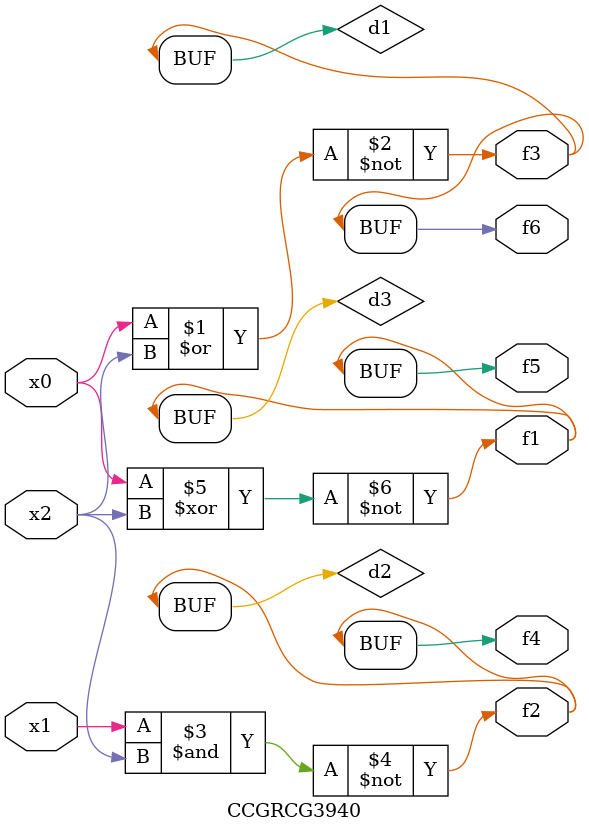
<source format=v>
module CCGRCG3940(
	input x0, x1, x2,
	output f1, f2, f3, f4, f5, f6
);

	wire d1, d2, d3;

	nor (d1, x0, x2);
	nand (d2, x1, x2);
	xnor (d3, x0, x2);
	assign f1 = d3;
	assign f2 = d2;
	assign f3 = d1;
	assign f4 = d2;
	assign f5 = d3;
	assign f6 = d1;
endmodule

</source>
